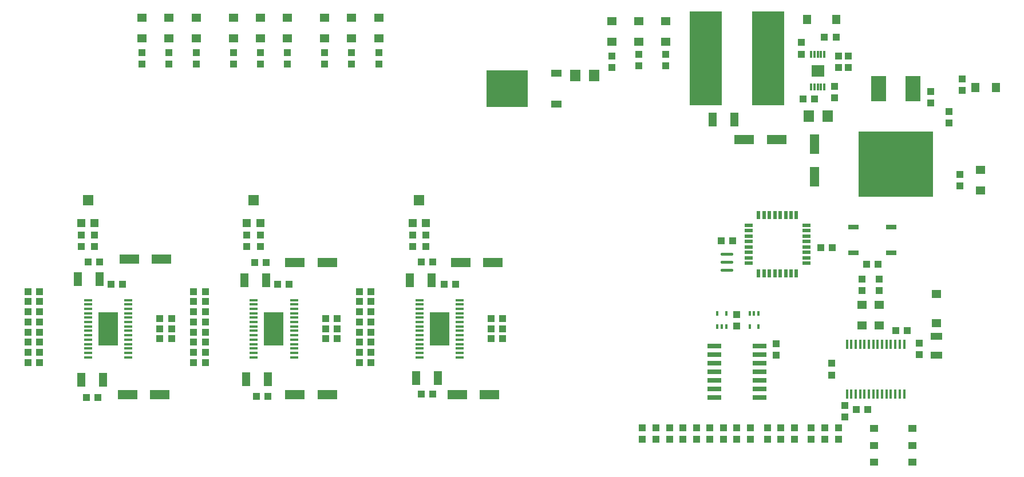
<source format=gbr>
G04 EAGLE Gerber RS-274X export*
G75*
%MOMM*%
%FSLAX34Y34*%
%LPD*%
%INSolderpaste Top*%
%IPPOS*%
%AMOC8*
5,1,8,0,0,1.08239X$1,22.5*%
G01*
%ADD10R,1.100000X1.000000*%
%ADD11R,1.200000X2.000000*%
%ADD12R,3.000000X1.400000*%
%ADD13R,1.000000X1.100000*%
%ADD14R,1.200000X1.200000*%
%ADD15R,1.500000X1.600000*%
%ADD16R,1.270000X0.558800*%
%ADD17R,0.558800X1.270000*%
%ADD18R,1.524000X0.762000*%
%ADD19C,0.450000*%
%ADD20R,0.348000X1.397000*%
%ADD21R,0.420000X0.700000*%
%ADD22R,1.400000X1.200000*%
%ADD23R,1.800000X1.000000*%
%ADD24R,2.032000X0.660400*%
%ADD25R,2.320000X3.810000*%
%ADD26R,11.000000X9.650000*%
%ADD27R,1.905000X1.727200*%
%ADD28R,0.300000X1.020000*%
%ADD29R,1.600000X1.800000*%
%ADD30R,1.190000X0.360000*%
%ADD31R,3.000000X5.000000*%
%ADD32R,1.270000X1.470000*%
%ADD33R,4.750000X14.000000*%
%ADD34R,1.600000X1.000000*%
%ADD35R,6.200000X5.400000*%
%ADD36R,1.400000X3.000000*%
%ADD37R,1.200000X1.400000*%
%ADD38R,1.470000X1.270000*%
%ADD39R,1.150000X1.000000*%


D10*
X258500Y330000D03*
X241500Y330000D03*
X258500Y315000D03*
X241500Y315000D03*
X258500Y300000D03*
X241500Y300000D03*
X132420Y213420D03*
X149420Y213420D03*
X135040Y413960D03*
X152040Y413960D03*
D11*
X151920Y388160D03*
X119920Y388160D03*
X157000Y239220D03*
X125000Y239220D03*
D10*
X46500Y310000D03*
X63500Y310000D03*
X63500Y325000D03*
X46500Y325000D03*
X46500Y295000D03*
X63500Y295000D03*
X63500Y280000D03*
X46500Y280000D03*
X63500Y370000D03*
X46500Y370000D03*
X46500Y340000D03*
X63500Y340000D03*
D12*
X196080Y417780D03*
X244080Y417780D03*
D10*
X63500Y355000D03*
X46500Y355000D03*
D13*
X145000Y453500D03*
X145000Y436500D03*
D10*
X63500Y265000D03*
X46500Y265000D03*
D14*
X125000Y471750D03*
D15*
X135000Y505000D03*
D14*
X145000Y471750D03*
D13*
X125000Y436500D03*
X125000Y453500D03*
D10*
X1286500Y410000D03*
X1303500Y410000D03*
X1071900Y445035D03*
X1088900Y445035D03*
X1236040Y435000D03*
X1219040Y435000D03*
D16*
X1112074Y468000D03*
X1112074Y460000D03*
X1112074Y452000D03*
X1112074Y444000D03*
X1112074Y436000D03*
X1112074Y428000D03*
X1112074Y420000D03*
X1112074Y412000D03*
D17*
X1127000Y397074D03*
X1135000Y397074D03*
X1143000Y397074D03*
X1151000Y397074D03*
X1159000Y397074D03*
X1167000Y397074D03*
X1175000Y397074D03*
X1183000Y397074D03*
D16*
X1197926Y412000D03*
X1197926Y420000D03*
X1197926Y428000D03*
X1197926Y436000D03*
X1197926Y444000D03*
X1197926Y452000D03*
X1197926Y460000D03*
X1197926Y468000D03*
D17*
X1183000Y482926D03*
X1175000Y482926D03*
X1167000Y482926D03*
X1159000Y482926D03*
X1151000Y482926D03*
X1143000Y482926D03*
X1135000Y482926D03*
X1127000Y482926D03*
D13*
X1235000Y263500D03*
X1235000Y246500D03*
D18*
X1267060Y465050D03*
X1322940Y465050D03*
X1267060Y426950D03*
X1322940Y426950D03*
D19*
X1087275Y425730D02*
X1072725Y425730D01*
X1072725Y413730D02*
X1087275Y413730D01*
X1087275Y401730D02*
X1072725Y401730D01*
D20*
X1257750Y291560D03*
X1264250Y291560D03*
X1270750Y291560D03*
X1277250Y291560D03*
X1283750Y291560D03*
X1290250Y291560D03*
X1296750Y291560D03*
X1309750Y291560D03*
X1303250Y291560D03*
X1316250Y291560D03*
X1322750Y291560D03*
X1329250Y291560D03*
X1335750Y291560D03*
X1342250Y291560D03*
X1257750Y218440D03*
X1264250Y218440D03*
X1270750Y218440D03*
X1277250Y218440D03*
X1283750Y218440D03*
X1290250Y218440D03*
X1296750Y218440D03*
X1303250Y218440D03*
X1309750Y218440D03*
X1316250Y218440D03*
X1322750Y218440D03*
X1329250Y218440D03*
X1335750Y218440D03*
X1342250Y218440D03*
D21*
X1126640Y318160D03*
X1113640Y318160D03*
X1126640Y337160D03*
X1113640Y337160D03*
X1120140Y337160D03*
D13*
X1365000Y276500D03*
X1365000Y293500D03*
D22*
X1280000Y350000D03*
X1280000Y320000D03*
X1305000Y350000D03*
X1305000Y320000D03*
D13*
X1305000Y371500D03*
X1305000Y388500D03*
X1280000Y371500D03*
X1280000Y388500D03*
X1015080Y168500D03*
X1015080Y151500D03*
X1075000Y168500D03*
X1075000Y151500D03*
X1205000Y168500D03*
X1205000Y151500D03*
X975160Y151500D03*
X975160Y168500D03*
X1035080Y151500D03*
X1035080Y168500D03*
X1095000Y151500D03*
X1095000Y168500D03*
X995160Y168500D03*
X995160Y151500D03*
X1055080Y168500D03*
X1055080Y151500D03*
X1115000Y168500D03*
X1115000Y151500D03*
X1140000Y168500D03*
X1140000Y151500D03*
X1225000Y151500D03*
X1225000Y168500D03*
X1245000Y168500D03*
X1245000Y151500D03*
X955160Y168500D03*
X955160Y151500D03*
X1180000Y168500D03*
X1180000Y151500D03*
X1160000Y151500D03*
X1160000Y168500D03*
D23*
X1390000Y276000D03*
X1390000Y304000D03*
D24*
X1061853Y289450D03*
X1061853Y276750D03*
X1061853Y264050D03*
X1061853Y251350D03*
X1061853Y238650D03*
X1061853Y225950D03*
X1061853Y213250D03*
X1128147Y213250D03*
X1128147Y225950D03*
X1128147Y238650D03*
X1128147Y251350D03*
X1128147Y264050D03*
X1128147Y276750D03*
X1128147Y289450D03*
D13*
X1094740Y319160D03*
X1094740Y336160D03*
X1153160Y292980D03*
X1153160Y275980D03*
D22*
X255000Y745000D03*
X255000Y775000D03*
X215000Y745000D03*
X215000Y775000D03*
X295000Y745000D03*
X295000Y775000D03*
D13*
X295000Y723500D03*
X295000Y706500D03*
X215000Y723500D03*
X215000Y706500D03*
X255000Y723500D03*
X255000Y706500D03*
D22*
X390000Y745000D03*
X390000Y775000D03*
X350000Y745000D03*
X350000Y775000D03*
X430000Y745000D03*
X430000Y775000D03*
D13*
X430000Y723500D03*
X430000Y706500D03*
X350000Y723500D03*
X350000Y706500D03*
X390000Y723500D03*
X390000Y706500D03*
D22*
X525000Y745000D03*
X525000Y775000D03*
X485000Y745000D03*
X485000Y775000D03*
X565000Y745000D03*
X565000Y775000D03*
D13*
X565000Y723500D03*
X565000Y706500D03*
X485000Y723500D03*
X485000Y706500D03*
X525000Y723500D03*
X525000Y706500D03*
D22*
X910000Y740000D03*
X910000Y770000D03*
D13*
X910000Y718500D03*
X910000Y701500D03*
D22*
X950000Y740000D03*
X950000Y770000D03*
D13*
X950000Y721040D03*
X950000Y704040D03*
D22*
X990000Y740000D03*
X990000Y770000D03*
D13*
X990000Y721040D03*
X990000Y704040D03*
D25*
X1355400Y670450D03*
X1304600Y670450D03*
D26*
X1330000Y558750D03*
D13*
X1381200Y649200D03*
X1381200Y666200D03*
D22*
X1455000Y550000D03*
X1455000Y520000D03*
D13*
X1425000Y543500D03*
X1425000Y526500D03*
X1408900Y619500D03*
X1408900Y636500D03*
D27*
X1214400Y696800D03*
D28*
X1214400Y672800D03*
X1214400Y720800D03*
X1209400Y720800D03*
X1204400Y720800D03*
X1219400Y720800D03*
X1224400Y720800D03*
X1219400Y672800D03*
X1224400Y672800D03*
X1209400Y672800D03*
X1204400Y672800D03*
D29*
X1201000Y630000D03*
X1229000Y630000D03*
D13*
X1190000Y721500D03*
X1190000Y738500D03*
X1239000Y656500D03*
X1239000Y673500D03*
X1245000Y718500D03*
X1245000Y701500D03*
D30*
X135300Y357250D03*
X135300Y350750D03*
X135300Y344250D03*
X135300Y337750D03*
X135300Y331250D03*
X135300Y324750D03*
X135300Y318250D03*
X135300Y311750D03*
X135300Y305250D03*
X135300Y298750D03*
X135300Y292250D03*
X135300Y285750D03*
X135300Y279250D03*
X135300Y272750D03*
X194700Y357250D03*
X194700Y350750D03*
X194700Y344250D03*
X194700Y337750D03*
X194700Y331250D03*
X194700Y324750D03*
X194700Y318250D03*
X194700Y311750D03*
X194700Y305250D03*
X194700Y298750D03*
X194700Y292250D03*
X194700Y285750D03*
X194700Y279250D03*
X194700Y272750D03*
D31*
X165000Y315000D03*
D12*
X193540Y217300D03*
X241540Y217300D03*
D10*
X503500Y330000D03*
X486500Y330000D03*
X503500Y315000D03*
X486500Y315000D03*
X503500Y300000D03*
X486500Y300000D03*
X383880Y214580D03*
X400880Y214580D03*
X381420Y412800D03*
X398420Y412800D03*
D11*
X398300Y387000D03*
X366300Y387000D03*
X400840Y240380D03*
X368840Y240380D03*
D10*
X291500Y325000D03*
X308500Y325000D03*
X308500Y310000D03*
X291500Y310000D03*
X291500Y295000D03*
X308500Y295000D03*
X308500Y280000D03*
X291500Y280000D03*
X308500Y370000D03*
X291500Y370000D03*
X291500Y340000D03*
X308500Y340000D03*
D12*
X441080Y412700D03*
X489080Y412700D03*
D10*
X308500Y355000D03*
X291500Y355000D03*
D13*
X390000Y453500D03*
X390000Y436500D03*
D10*
X308500Y265000D03*
X291500Y265000D03*
D14*
X370000Y471750D03*
D15*
X380000Y505000D03*
D14*
X390000Y471750D03*
D13*
X370000Y436500D03*
X370000Y453500D03*
D30*
X380300Y357250D03*
X380300Y350750D03*
X380300Y344250D03*
X380300Y337750D03*
X380300Y331250D03*
X380300Y324750D03*
X380300Y318250D03*
X380300Y311750D03*
X380300Y305250D03*
X380300Y298750D03*
X380300Y292250D03*
X380300Y285750D03*
X380300Y279250D03*
X380300Y272750D03*
X439700Y357250D03*
X439700Y350750D03*
X439700Y344250D03*
X439700Y337750D03*
X439700Y331250D03*
X439700Y324750D03*
X439700Y318250D03*
X439700Y311750D03*
X439700Y305250D03*
X439700Y298750D03*
X439700Y292250D03*
X439700Y285750D03*
X439700Y279250D03*
X439700Y272750D03*
D31*
X410000Y315000D03*
D12*
X441080Y217300D03*
X489080Y217300D03*
D10*
X748500Y330000D03*
X731500Y330000D03*
X748500Y315000D03*
X731500Y315000D03*
X748500Y300000D03*
X731500Y300000D03*
X627720Y218280D03*
X644720Y218280D03*
X627800Y414180D03*
X644800Y414180D03*
D11*
X643140Y386840D03*
X611140Y386840D03*
X652300Y241540D03*
X620300Y241540D03*
D10*
X536500Y325000D03*
X553500Y325000D03*
X553500Y310000D03*
X536500Y310000D03*
X536500Y280000D03*
X553500Y280000D03*
X553500Y295000D03*
X536500Y295000D03*
X553500Y370000D03*
X536500Y370000D03*
X536500Y340000D03*
X553500Y340000D03*
D12*
X686080Y412700D03*
X734080Y412700D03*
D10*
X553500Y355000D03*
X536500Y355000D03*
D13*
X635000Y453500D03*
X635000Y436500D03*
D10*
X553500Y265000D03*
X536500Y265000D03*
D14*
X615000Y471750D03*
D15*
X625000Y505000D03*
D14*
X635000Y471750D03*
D13*
X615000Y436500D03*
X615000Y453500D03*
D30*
X625300Y357250D03*
X625300Y350750D03*
X625300Y344250D03*
X625300Y337750D03*
X625300Y331250D03*
X625300Y324750D03*
X625300Y318250D03*
X625300Y311750D03*
X625300Y305250D03*
X625300Y298750D03*
X625300Y292250D03*
X625300Y285750D03*
X625300Y279250D03*
X625300Y272750D03*
X684700Y357250D03*
X684700Y350750D03*
X684700Y344250D03*
X684700Y337750D03*
X684700Y331250D03*
X684700Y324750D03*
X684700Y318250D03*
X684700Y311750D03*
X684700Y305250D03*
X684700Y298750D03*
X684700Y292250D03*
X684700Y285750D03*
X684700Y279250D03*
X684700Y272750D03*
D31*
X655000Y315000D03*
D12*
X681000Y217300D03*
X729000Y217300D03*
D32*
X1241500Y773080D03*
X1198500Y773080D03*
D13*
X1260000Y718500D03*
X1260000Y701500D03*
D10*
X1241500Y746080D03*
X1224500Y746080D03*
X1209500Y655000D03*
X1192500Y655000D03*
D33*
X1141000Y715000D03*
X1049000Y715000D03*
D11*
X1059000Y625000D03*
X1091000Y625000D03*
D12*
X1106000Y595000D03*
X1154000Y595000D03*
D34*
X828000Y647200D03*
X828000Y692800D03*
D35*
X755000Y670000D03*
D36*
X1210000Y588000D03*
X1210000Y540000D03*
D29*
X856000Y690000D03*
X884000Y690000D03*
D37*
X1448000Y672000D03*
X1478000Y672000D03*
D13*
X1428000Y667500D03*
X1428000Y684500D03*
D38*
X1390000Y323500D03*
X1390000Y366500D03*
D39*
X1297630Y167240D03*
X1297630Y142240D03*
X1297630Y117240D03*
X1354130Y167240D03*
X1354130Y142240D03*
X1354130Y117240D03*
D10*
X186300Y381000D03*
X169300Y381000D03*
X432680Y381000D03*
X415680Y381000D03*
X679060Y381000D03*
X662060Y381000D03*
X1271660Y195580D03*
X1288660Y195580D03*
D13*
X1254760Y184540D03*
X1254760Y201540D03*
D10*
X1330080Y312420D03*
X1347080Y312420D03*
D21*
X1066015Y337160D03*
X1079015Y337160D03*
X1066015Y318160D03*
X1079015Y318160D03*
X1072515Y318160D03*
M02*

</source>
